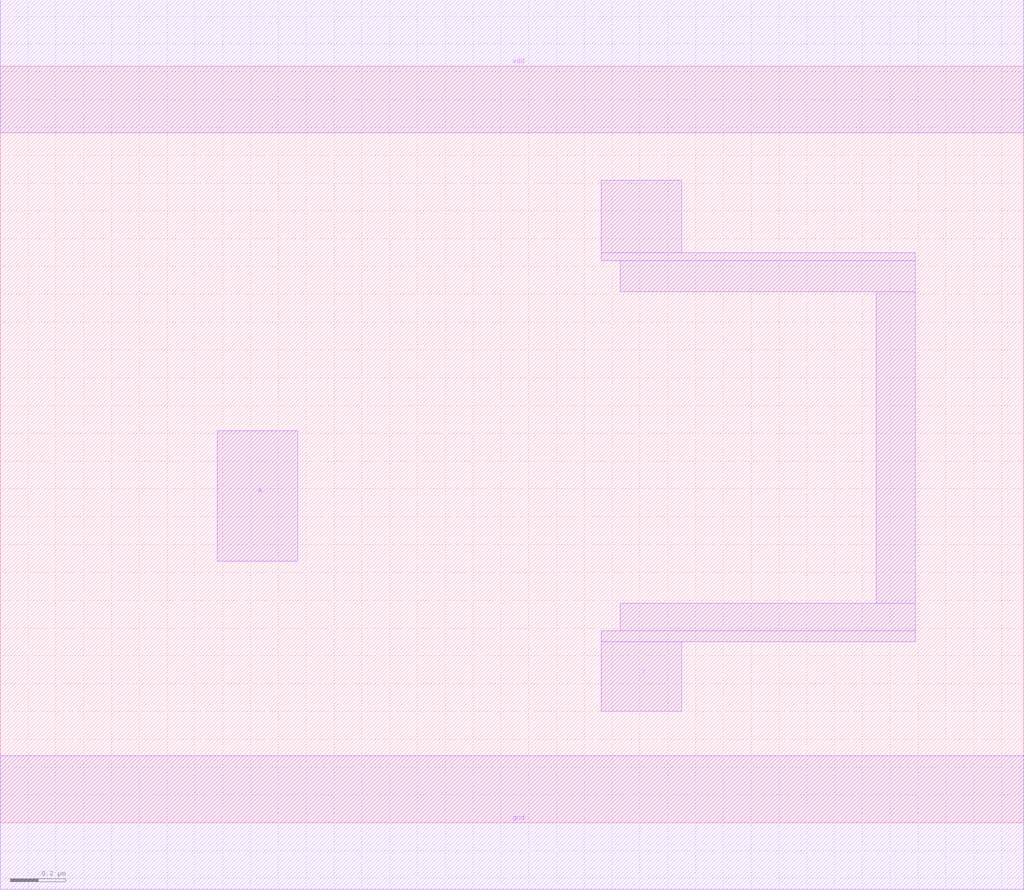
<source format=lef>
VERSION 5.7 ;
  NOWIREEXTENSIONATPIN ON ;
  DIVIDERCHAR "/" ;
  BUSBITCHARS "[]" ;
MACRO BUFX4
  CLASS CORE ;
  FOREIGN BUFX4 ;
  ORIGIN 0.000 0.000 ;
  SIZE 3.680 BY 2.720 ;
  SYMMETRY X Y R90 ;
  SITE unithd ;
  PIN vdd
    DIRECTION INOUT ;
    USE POWER ;
    SHAPE ABUTMENT ;
    PORT
      LAYER met1 ;
        RECT 0.000 2.480 3.680 2.960 ;
    END
  END vdd
  PIN gnd
    DIRECTION INOUT ;
    USE GROUND ;
    SHAPE ABUTMENT ;
    PORT
      LAYER met1 ;
        RECT 0.000 -0.240 3.680 0.240 ;
    END
  END gnd
  PIN Y
    DIRECTION INOUT ;
    USE SIGNAL ;
    SHAPE ABUTMENT ;
    PORT
      LAYER met1 ;
        RECT 2.160 2.050 2.450 2.310 ;
        RECT 2.160 2.020 3.290 2.050 ;
        RECT 2.230 1.910 3.290 2.020 ;
        RECT 3.150 0.790 3.290 1.910 ;
        RECT 2.230 0.690 3.290 0.790 ;
        RECT 2.160 0.650 3.290 0.690 ;
        RECT 2.160 0.400 2.450 0.650 ;
    END
  END Y
  PIN A
    DIRECTION INOUT ;
    USE SIGNAL ;
    SHAPE ABUTMENT ;
    PORT
      LAYER met1 ;
        RECT 0.780 0.940 1.070 1.410 ;
    END
  END A
END BUFX4
END LIBRARY


</source>
